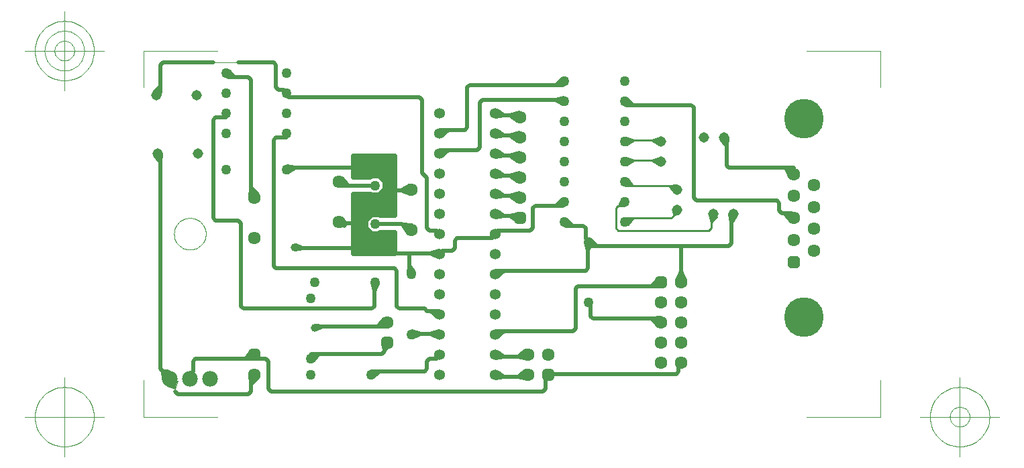
<source format=gbr>
G04 Generated by Ultiboard *
%FSLAX25Y25*%
%MOIN*%

%ADD28C,0.01969*%
%ADD27C,0.00984*%
%ADD10C,0.00004*%
%ADD12C,0.00394*%
%ADD13C,0.03937*%
%ADD18C,0.05166*%
%ADD14C,0.06334*%
%ADD15R,0.02083X0.02083*%
%ADD16C,0.03917*%
%ADD23C,0.07834*%
%ADD21C,0.05337*%
%ADD17C,0.05000*%
%ADD30R,0.02667X0.02667*%
%ADD29C,0.03333*%
%ADD31C,0.19666*%


%LNCopper Top*%
%LPD*%
%FSLAX25Y25*%
%MOIN*%
G54D28*
X506250Y378750D02*
X505000Y380000D01*
X505000Y380000D02*
X472500Y380000D01*
X523750Y310000D02*
X500000Y310000D01*
X500000Y297167D02*
X501978Y292922D01*
X501978Y292922D02*
X498022Y292922D01*
X498022Y292922D02*
X500000Y297167D01*
G36*
X500000Y297167D02*
X501978Y292922D01*
X498022Y292922D01*
X500000Y297167D01*
G37*
X500000Y297167D02*
X501978Y292922D01*
X501978Y292922D02*
X498022Y292922D01*
X498022Y292922D02*
X500000Y297167D01*
X267500Y401250D02*
X242500Y401250D01*
X285000Y236250D02*
X250000Y236250D01*
X250000Y236250D02*
X248750Y237500D01*
X241250Y248750D02*
X241250Y354750D01*
X246000Y244000D02*
X246000Y246500D01*
X246000Y246500D02*
X245000Y247500D01*
X245000Y247500D02*
X242500Y247500D01*
X242500Y247500D02*
X241250Y248750D01*
X242524Y247500D02*
X246444Y246899D01*
X246444Y246899D02*
X243098Y243576D01*
X243098Y243576D02*
X242524Y247500D01*
G36*
X242524Y247500D02*
X246444Y246899D01*
X243098Y243576D01*
X242524Y247500D01*
G37*
X242524Y247500D02*
X246444Y246899D01*
X246444Y246899D02*
X243098Y243576D01*
X243098Y243576D02*
X242524Y247500D01*
X241250Y354750D02*
X240000Y356000D01*
X241250Y351591D02*
X238711Y355055D01*
X238711Y355055D02*
X241594Y355872D01*
X241594Y355872D02*
X241250Y351591D01*
G36*
X241250Y351591D02*
X238711Y355055D01*
X241594Y355872D01*
X241250Y351591D01*
G37*
X241250Y351591D02*
X238711Y355055D01*
X238711Y355055D02*
X241594Y355872D01*
X241594Y355872D02*
X241250Y351591D01*
X241250Y389132D02*
X240903Y384851D01*
X240903Y384851D02*
X238189Y386119D01*
X238189Y386119D02*
X241250Y389132D01*
G36*
X241250Y389132D02*
X240903Y384851D01*
X238189Y386119D01*
X241250Y389132D01*
G37*
X241250Y389132D02*
X240903Y384851D01*
X240903Y384851D02*
X238189Y386119D01*
X238189Y386119D02*
X241250Y389132D01*
X241250Y400000D02*
X241250Y386250D01*
X241250Y386250D02*
X240580Y386250D01*
X240580Y386250D02*
X239310Y384980D01*
X242500Y401250D02*
X241250Y400000D01*
X257500Y247500D02*
X257500Y252500D01*
X257500Y252500D02*
X258750Y253750D01*
X258750Y253750D02*
X286250Y253750D01*
X286250Y253750D02*
X286250Y254250D01*
X290000Y254000D02*
X290000Y253750D01*
X290000Y253750D02*
X293750Y253750D01*
X293750Y253750D02*
X295000Y252500D01*
X295000Y252500D02*
X295000Y238750D01*
X498750Y247500D02*
X498750Y250750D01*
X498750Y250750D02*
X500000Y252000D01*
X378750Y254750D02*
X378750Y253750D01*
X378750Y253750D02*
X375000Y253750D01*
X375000Y253750D02*
X373750Y252500D01*
X373750Y252500D02*
X373750Y248750D01*
X283535Y253750D02*
X286444Y257282D01*
X286444Y257282D02*
X288104Y253987D01*
X288104Y253987D02*
X283535Y253750D01*
G36*
X283535Y253750D02*
X286444Y257282D01*
X288104Y253987D01*
X283535Y253750D01*
G37*
X283535Y253750D02*
X286444Y257282D01*
X286444Y257282D02*
X288104Y253987D01*
X288104Y253987D02*
X283535Y253750D01*
X319897Y256250D02*
X317156Y253019D01*
X317156Y253019D02*
X315729Y255491D01*
X315729Y255491D02*
X319897Y256250D01*
G36*
X319897Y256250D02*
X317156Y253019D01*
X315729Y255491D01*
X319897Y256250D01*
G37*
X319897Y256250D02*
X317156Y253019D01*
X317156Y253019D02*
X315729Y255491D01*
X315729Y255491D02*
X319897Y256250D01*
X316000Y256000D02*
X316000Y254000D01*
X418931Y255000D02*
X422712Y257763D01*
X422712Y257763D02*
X423478Y253881D01*
X423478Y253881D02*
X418931Y255000D01*
G36*
X418931Y255000D02*
X422712Y257763D01*
X423478Y253881D01*
X418931Y255000D01*
G37*
X418931Y255000D02*
X422712Y257763D01*
X422712Y257763D02*
X423478Y253881D01*
X423478Y253881D02*
X418931Y255000D01*
X412119Y255000D02*
X407816Y254335D01*
X407816Y254335D02*
X408489Y257404D01*
X408489Y257404D02*
X412119Y255000D01*
G36*
X412119Y255000D02*
X407816Y254335D01*
X408489Y257404D01*
X412119Y255000D01*
G37*
X412119Y255000D02*
X407816Y254335D01*
X407816Y254335D02*
X408489Y257404D01*
X408489Y257404D02*
X412119Y255000D01*
X296250Y237500D02*
X431250Y237500D01*
X286250Y237500D02*
X285000Y236250D01*
X256000Y244000D02*
X256000Y246000D01*
X256000Y246000D02*
X257500Y247500D01*
X295000Y238750D02*
X296250Y237500D01*
X286250Y244250D02*
X286250Y237500D01*
X288000Y246000D02*
X286250Y244250D01*
X286250Y241138D02*
X285826Y245802D01*
X285826Y245802D02*
X289549Y244462D01*
X289549Y244462D02*
X286250Y241138D01*
G36*
X286250Y241138D02*
X285826Y245802D01*
X289549Y244462D01*
X286250Y241138D01*
G37*
X286250Y241138D02*
X285826Y245802D01*
X285826Y245802D02*
X289549Y244462D01*
X289549Y244462D02*
X286250Y241138D01*
X372500Y247500D02*
X347500Y247500D01*
X347500Y247500D02*
X346000Y246000D01*
X350243Y247500D02*
X346957Y244825D01*
X346957Y244825D02*
X346006Y247516D01*
X346006Y247516D02*
X350243Y247500D01*
G36*
X350243Y247500D02*
X346957Y244825D01*
X346006Y247516D01*
X350243Y247500D01*
G37*
X350243Y247500D02*
X346957Y244825D01*
X346957Y244825D02*
X346006Y247516D01*
X346006Y247516D02*
X350243Y247500D01*
X373750Y248750D02*
X372500Y247500D01*
X434000Y246250D02*
X497500Y246250D01*
X421250Y245000D02*
X410000Y245000D01*
X410000Y245000D02*
X409000Y246000D01*
X409000Y246000D02*
X407559Y246000D01*
X412119Y245000D02*
X407816Y244335D01*
X407816Y244335D02*
X408489Y247404D01*
X408489Y247404D02*
X412119Y245000D01*
G36*
X412119Y245000D02*
X407816Y244335D01*
X408489Y247404D01*
X412119Y245000D01*
G37*
X412119Y245000D02*
X407816Y244335D01*
X407816Y244335D02*
X408489Y247404D01*
X408489Y247404D02*
X412119Y245000D01*
X424000Y246000D02*
X422250Y246000D01*
X418931Y245000D02*
X422712Y247763D01*
X422712Y247763D02*
X423478Y243881D01*
X423478Y243881D02*
X418931Y245000D01*
G36*
X418931Y245000D02*
X422712Y247763D01*
X423478Y243881D01*
X418931Y245000D01*
G37*
X418931Y245000D02*
X422712Y247763D01*
X422712Y247763D02*
X423478Y243881D01*
X423478Y243881D02*
X418931Y245000D01*
X422250Y246000D02*
X421250Y245000D01*
X431250Y237500D02*
X432500Y238750D01*
X432500Y238750D02*
X432500Y244500D01*
X432500Y244500D02*
X434000Y246000D01*
X434000Y246000D02*
X434000Y246250D01*
X497500Y246250D02*
X498750Y247500D01*
X380000Y276000D02*
X378750Y277250D01*
X378750Y277250D02*
X378750Y277500D01*
X378750Y277500D02*
X373750Y277500D01*
X365000Y306250D02*
X377500Y306250D01*
X377500Y306250D02*
X377750Y306000D01*
X377750Y306000D02*
X380000Y306000D01*
X380000Y266000D02*
X377750Y266000D01*
X377750Y266000D02*
X377500Y266250D01*
X377500Y266250D02*
X367500Y266250D01*
X380000Y316000D02*
X378750Y317250D01*
X378750Y317250D02*
X378750Y317500D01*
X378750Y317500D02*
X375000Y317500D01*
X380000Y256000D02*
X378750Y254750D01*
X375338Y266250D02*
X379477Y267601D01*
X379477Y267601D02*
X379309Y264464D01*
X379309Y264464D02*
X375338Y266250D01*
G36*
X375338Y266250D02*
X379477Y267601D01*
X379309Y264464D01*
X375338Y266250D01*
G37*
X375338Y266250D02*
X379477Y267601D01*
X379477Y267601D02*
X379309Y264464D01*
X379309Y264464D02*
X375338Y266250D01*
X375579Y277500D02*
X379929Y277683D01*
X379929Y277683D02*
X378920Y274708D01*
X378920Y274708D02*
X375579Y277500D01*
G36*
X375579Y277500D02*
X379929Y277683D01*
X378920Y274708D01*
X375579Y277500D01*
G37*
X375579Y277500D02*
X379929Y277683D01*
X379929Y277683D02*
X378920Y274708D01*
X378920Y274708D02*
X375579Y277500D01*
X375338Y306250D02*
X379477Y307601D01*
X379477Y307601D02*
X379309Y304464D01*
X379309Y304464D02*
X375338Y306250D01*
G36*
X375338Y306250D02*
X379477Y307601D01*
X379309Y304464D01*
X375338Y306250D01*
G37*
X375338Y306250D02*
X379477Y307601D01*
X379477Y307601D02*
X379309Y304464D01*
X379309Y304464D02*
X375338Y306250D01*
X381250Y357250D02*
X380000Y356000D01*
X384421Y357500D02*
X381080Y354708D01*
X381080Y354708D02*
X380071Y357683D01*
X380071Y357683D02*
X384421Y357500D01*
G36*
X384421Y357500D02*
X381080Y354708D01*
X380071Y357683D01*
X384421Y357500D01*
G37*
X384421Y357500D02*
X381080Y354708D01*
X381080Y354708D02*
X380071Y357683D01*
X380071Y357683D02*
X384421Y357500D01*
X381250Y367250D02*
X380000Y366000D01*
X384421Y367500D02*
X381080Y364708D01*
X381080Y364708D02*
X380071Y367683D01*
X380071Y367683D02*
X384421Y367500D01*
G36*
X384421Y367500D02*
X381080Y364708D01*
X380071Y367683D01*
X384421Y367500D01*
G37*
X384421Y367500D02*
X381080Y364708D01*
X381080Y364708D02*
X380071Y367683D01*
X380071Y367683D02*
X384421Y367500D01*
X371250Y346250D02*
X371250Y382500D01*
X274000Y374000D02*
X274000Y376000D01*
X286250Y335750D02*
X286250Y392500D01*
X338750Y348750D02*
X306250Y348750D01*
X357500Y298750D02*
X298750Y298750D01*
X338750Y308750D02*
X310000Y308750D01*
X346250Y278750D02*
X282500Y278750D01*
X351250Y256250D02*
X316250Y256250D01*
X316250Y256250D02*
X316000Y256000D01*
X297500Y300000D02*
X297500Y362500D01*
X281250Y280000D02*
X281250Y321250D01*
X282500Y278750D02*
X281250Y280000D01*
X286250Y254250D02*
X288000Y256000D01*
X288000Y256000D02*
X290000Y254000D01*
X298750Y298750D02*
X297500Y300000D01*
X310000Y308750D02*
X308125Y309375D01*
X312044Y308750D02*
X308216Y308395D01*
X308216Y308395D02*
X308516Y310278D01*
X308516Y310278D02*
X312044Y308750D01*
G36*
X312044Y308750D02*
X308216Y308395D01*
X308516Y310278D01*
X312044Y308750D01*
G37*
X312044Y308750D02*
X308216Y308395D01*
X308216Y308395D02*
X308516Y310278D01*
X308516Y310278D02*
X312044Y308750D01*
X286250Y338862D02*
X289549Y335538D01*
X289549Y335538D02*
X285826Y334198D01*
X285826Y334198D02*
X286250Y338862D01*
G36*
X286250Y338862D02*
X289549Y335538D01*
X285826Y334198D01*
X286250Y338862D01*
G37*
X286250Y338862D02*
X289549Y335538D01*
X289549Y335538D02*
X285826Y334198D01*
X285826Y334198D02*
X286250Y338862D01*
X288000Y334000D02*
X286250Y335750D01*
X267500Y323750D02*
X267500Y372500D01*
X280000Y322500D02*
X268750Y322500D01*
X268750Y322500D02*
X267500Y323750D01*
X281250Y321250D02*
X280000Y322500D01*
X267500Y372500D02*
X268750Y373750D01*
X268750Y373750D02*
X273750Y373750D01*
X273750Y373750D02*
X274000Y374000D01*
X306250Y348750D02*
X305500Y348000D01*
X305500Y348000D02*
X304000Y348000D01*
X308437Y348750D02*
X304741Y346678D01*
X304741Y346678D02*
X304266Y349492D01*
X304266Y349492D02*
X308437Y348750D01*
G36*
X308437Y348750D02*
X304741Y346678D01*
X304266Y349492D01*
X308437Y348750D01*
G37*
X308437Y348750D02*
X304741Y346678D01*
X304741Y346678D02*
X304266Y349492D01*
X304266Y349492D02*
X308437Y348750D01*
X297500Y362500D02*
X298750Y363750D01*
X298750Y363750D02*
X303750Y363750D01*
X303750Y363750D02*
X304000Y364000D01*
X304000Y364000D02*
X304000Y366000D01*
X343531Y322374D02*
X343531Y318982D01*
X343531Y318982D02*
X346149Y316365D01*
X346149Y316365D02*
X349851Y316365D01*
X349851Y316365D02*
X350382Y316896D01*
X350382Y316896D02*
X358000Y316896D01*
X358000Y316896D02*
X358000Y306000D01*
X358000Y306000D02*
X337000Y306000D01*
X337000Y306000D02*
X337000Y322374D01*
X337000Y322374D02*
X343531Y322374D01*
G36*
X343531Y306000D02*
X337000Y306000D01*
X337000Y322374D01*
X343531Y322374D01*
X343531Y306000D01*
G37*
X343531Y306000D02*
X337000Y306000D01*
X337000Y306000D02*
X337000Y322374D01*
X337000Y322374D02*
X343531Y322374D01*
X343531Y322374D02*
X343531Y306000D01*
G36*
X346149Y306000D02*
X343531Y306000D01*
X343531Y318982D01*
X346149Y316365D01*
X346149Y306000D01*
G37*
X346149Y306000D02*
X343531Y306000D01*
X343531Y306000D02*
X343531Y318982D01*
X343531Y318982D02*
X346149Y316365D01*
X346149Y316365D02*
X346149Y306000D01*
G36*
X349851Y306000D02*
X349851Y316365D01*
X350382Y316896D01*
X358000Y316896D01*
X358000Y306000D01*
X349851Y306000D01*
G37*
X349851Y306000D02*
X349851Y316365D01*
X349851Y316365D02*
X350382Y316896D01*
X350382Y316896D02*
X358000Y316896D01*
X358000Y316896D02*
X358000Y306000D01*
X358000Y306000D02*
X349851Y306000D01*
G36*
X349851Y306000D02*
X346149Y306000D01*
X346149Y316365D01*
X349851Y316365D01*
X349851Y306000D01*
G37*
X349851Y306000D02*
X346149Y306000D01*
X346149Y306000D02*
X346149Y316365D01*
X346149Y316365D02*
X349851Y316365D01*
X349851Y316365D02*
X349851Y306000D01*
X352469Y341540D02*
X352469Y341851D01*
X352469Y341851D02*
X349851Y344469D01*
X349851Y344469D02*
X346149Y344469D01*
X346149Y344469D02*
X345618Y343937D01*
X345618Y343937D02*
X337000Y343937D01*
X337000Y343937D02*
X337000Y355000D01*
X337000Y355000D02*
X358000Y355000D01*
X358000Y355000D02*
X358000Y341540D01*
X358000Y341540D02*
X352469Y341540D01*
G36*
X352469Y355000D02*
X358000Y355000D01*
X358000Y341540D01*
X352469Y341540D01*
X352469Y355000D01*
G37*
X352469Y355000D02*
X358000Y355000D01*
X358000Y355000D02*
X358000Y341540D01*
X358000Y341540D02*
X352469Y341540D01*
X352469Y341540D02*
X352469Y355000D01*
G36*
X349851Y355000D02*
X352469Y355000D01*
X352469Y341851D01*
X349851Y344469D01*
X349851Y355000D01*
G37*
X349851Y355000D02*
X352469Y355000D01*
X352469Y355000D02*
X352469Y341851D01*
X352469Y341851D02*
X349851Y344469D01*
X349851Y344469D02*
X349851Y355000D01*
G36*
X346149Y355000D02*
X346149Y344469D01*
X345618Y343937D01*
X337000Y343937D01*
X337000Y355000D01*
X346149Y355000D01*
G37*
X346149Y355000D02*
X346149Y344469D01*
X346149Y344469D02*
X345618Y343937D01*
X345618Y343937D02*
X337000Y343937D01*
X337000Y343937D02*
X337000Y355000D01*
X337000Y355000D02*
X346149Y355000D01*
G36*
X346149Y355000D02*
X349851Y355000D01*
X349851Y344469D01*
X346149Y344469D01*
X346149Y355000D01*
G37*
X346149Y355000D02*
X349851Y355000D01*
X349851Y355000D02*
X349851Y344469D01*
X349851Y344469D02*
X346149Y344469D01*
X346149Y344469D02*
X346149Y355000D01*
X345618Y336063D02*
X346149Y335532D01*
X346149Y335532D02*
X349851Y335532D01*
X349851Y335532D02*
X352469Y338149D01*
X352469Y338149D02*
X352469Y341540D01*
X352469Y341540D02*
X358000Y341540D01*
X358000Y341540D02*
X358000Y324770D01*
X358000Y324770D02*
X350382Y324770D01*
X350382Y324770D02*
X349851Y325302D01*
X349851Y325302D02*
X346149Y325302D01*
X346149Y325302D02*
X343531Y322684D01*
X343531Y322684D02*
X343531Y322374D01*
X343531Y322374D02*
X337000Y322374D01*
X337000Y322374D02*
X337000Y336063D01*
X337000Y336063D02*
X345618Y336063D01*
G36*
X349851Y325302D02*
X346149Y325302D01*
X346149Y335532D01*
X349851Y335532D01*
X349851Y325302D01*
G37*
X349851Y325302D02*
X346149Y325302D01*
X346149Y325302D02*
X346149Y335532D01*
X346149Y335532D02*
X349851Y335532D01*
X349851Y335532D02*
X349851Y325302D01*
G36*
X337000Y322684D02*
X343531Y322684D01*
X343531Y322374D01*
X337000Y322374D01*
X337000Y322684D01*
G37*
X337000Y322684D02*
X343531Y322684D01*
X343531Y322684D02*
X343531Y322374D01*
X343531Y322374D02*
X337000Y322374D01*
X337000Y322374D02*
X337000Y322684D01*
G36*
X337000Y322684D02*
X337000Y336063D01*
X345618Y336063D01*
X346149Y335532D01*
X346149Y325302D01*
X343531Y322684D01*
X337000Y322684D01*
G37*
X337000Y322684D02*
X337000Y336063D01*
X337000Y336063D02*
X345618Y336063D01*
X345618Y336063D02*
X346149Y335532D01*
X346149Y335532D02*
X346149Y325302D01*
X346149Y325302D02*
X343531Y322684D01*
X343531Y322684D02*
X337000Y322684D01*
G36*
X358000Y338149D02*
X352469Y338149D01*
X352469Y341540D01*
X358000Y341540D01*
X358000Y338149D01*
G37*
X358000Y338149D02*
X352469Y338149D01*
X352469Y338149D02*
X352469Y341540D01*
X352469Y341540D02*
X358000Y341540D01*
X358000Y341540D02*
X358000Y338149D01*
G36*
X358000Y338149D02*
X358000Y324770D01*
X350382Y324770D01*
X349851Y325302D01*
X349851Y335532D01*
X352469Y338149D01*
X358000Y338149D01*
G37*
X358000Y338149D02*
X358000Y324770D01*
X358000Y324770D02*
X350382Y324770D01*
X350382Y324770D02*
X349851Y325302D01*
X349851Y325302D02*
X349851Y335532D01*
X349851Y335532D02*
X352469Y338149D01*
X352469Y338149D02*
X358000Y338149D01*
X361486Y320514D02*
X366157Y320177D01*
X366157Y320177D02*
X364232Y316720D01*
X364232Y316720D02*
X361486Y320514D01*
G36*
X361486Y320514D02*
X366157Y320177D01*
X364232Y316720D01*
X361486Y320514D01*
G37*
X361486Y320514D02*
X366157Y320177D01*
X366157Y320177D02*
X364232Y316720D01*
X364232Y316720D02*
X361486Y320514D01*
X348000Y292000D02*
X348000Y290500D01*
X348000Y290500D02*
X347500Y290000D01*
X347500Y290000D02*
X347500Y280000D01*
X347500Y280000D02*
X346250Y278750D01*
X347500Y287528D02*
X346525Y291651D01*
X346525Y291651D02*
X349362Y291334D01*
X349362Y291334D02*
X347500Y287528D01*
G36*
X347500Y287528D02*
X346525Y291651D01*
X349362Y291334D01*
X347500Y287528D01*
G37*
X347500Y287528D02*
X346525Y291651D01*
X346525Y291651D02*
X349362Y291334D01*
X349362Y291334D02*
X347500Y287528D01*
X349236Y270000D02*
X352384Y273467D01*
X352384Y273467D02*
X353916Y269819D01*
X353916Y269819D02*
X349236Y270000D01*
G36*
X349236Y270000D02*
X352384Y273467D01*
X353916Y269819D01*
X349236Y270000D01*
G37*
X349236Y270000D02*
X352384Y273467D01*
X352384Y273467D02*
X353916Y269819D01*
X353916Y269819D02*
X349236Y270000D01*
X352500Y270000D02*
X320000Y270000D01*
X322044Y270000D02*
X318516Y268472D01*
X318516Y268472D02*
X318216Y270355D01*
X318216Y270355D02*
X322044Y270000D01*
G36*
X322044Y270000D02*
X318516Y268472D01*
X318216Y270355D01*
X322044Y270000D01*
G37*
X322044Y270000D02*
X318516Y268472D01*
X318516Y268472D02*
X318216Y270355D01*
X318216Y270355D02*
X322044Y270000D01*
X320000Y270000D02*
X318125Y269375D01*
X358750Y280000D02*
X358750Y297500D01*
X372500Y278750D02*
X360000Y278750D01*
X354000Y272000D02*
X352500Y270500D01*
X352500Y270500D02*
X352500Y270000D01*
X352500Y258275D02*
X352005Y261713D01*
X352005Y261713D02*
X355239Y260410D01*
X355239Y260410D02*
X352500Y258275D01*
G36*
X352500Y258275D02*
X352005Y261713D01*
X355239Y260410D01*
X352500Y258275D01*
G37*
X352500Y258275D02*
X352005Y261713D01*
X352005Y261713D02*
X355239Y260410D01*
X355239Y260410D02*
X352500Y258275D01*
X354000Y262000D02*
X352500Y260500D01*
X352500Y260500D02*
X352500Y257500D01*
X352500Y257500D02*
X351250Y256250D01*
X360000Y278750D02*
X358750Y280000D01*
X367500Y266250D02*
X367250Y266000D01*
X367250Y266000D02*
X366000Y266000D01*
X370493Y266250D02*
X366589Y264603D01*
X366589Y264603D02*
X366430Y267453D01*
X366430Y267453D02*
X370493Y266250D01*
G36*
X370493Y266250D02*
X366589Y264603D01*
X366430Y267453D01*
X370493Y266250D01*
G37*
X370493Y266250D02*
X366589Y264603D01*
X366589Y264603D02*
X366430Y267453D01*
X366430Y267453D02*
X370493Y266250D01*
X373750Y277500D02*
X372500Y278750D01*
X357500Y306250D02*
X365000Y306250D01*
X358750Y297500D02*
X357500Y298750D01*
X356250Y307500D02*
X357500Y306250D01*
X365000Y306250D02*
X365000Y297000D01*
X365000Y300387D02*
X367278Y296815D01*
X367278Y296815D02*
X364495Y296181D01*
X364495Y296181D02*
X365000Y300387D01*
G36*
X365000Y300387D02*
X367278Y296815D01*
X364495Y296181D01*
X365000Y300387D01*
G37*
X365000Y300387D02*
X367278Y296815D01*
X367278Y296815D02*
X364495Y296181D01*
X364495Y296181D02*
X365000Y300387D01*
X365000Y297000D02*
X366000Y296000D01*
X348000Y340000D02*
X332000Y340000D01*
X348000Y320833D02*
X361167Y320833D01*
X332000Y340000D02*
X330000Y342000D01*
X333750Y321250D02*
X332500Y320000D01*
X332500Y320000D02*
X331750Y322000D01*
X331750Y322000D02*
X330000Y322000D01*
X334764Y340000D02*
X330084Y339819D01*
X330084Y339819D02*
X331616Y343467D01*
X331616Y343467D02*
X334764Y340000D01*
G36*
X334764Y340000D02*
X330084Y339819D01*
X331616Y343467D01*
X334764Y340000D01*
G37*
X334764Y340000D02*
X330084Y339819D01*
X330084Y339819D02*
X331616Y343467D01*
X331616Y343467D02*
X334764Y340000D01*
X333539Y321039D02*
X330794Y319967D01*
X330794Y319967D02*
X331714Y323352D01*
X331714Y323352D02*
X333539Y321039D01*
G36*
X333539Y321039D02*
X330794Y319967D01*
X331714Y323352D01*
X333539Y321039D01*
G37*
X333539Y321039D02*
X330794Y319967D01*
X330794Y319967D02*
X331714Y323352D01*
X331714Y323352D02*
X333539Y321039D01*
X338750Y321250D02*
X333750Y321250D01*
X373750Y343750D02*
X371250Y346250D01*
X361167Y320833D02*
X364000Y318000D01*
X356250Y337500D02*
X363750Y337500D01*
X363750Y337500D02*
X364250Y338000D01*
X360857Y337500D02*
X364891Y339880D01*
X364891Y339880D02*
X365274Y335942D01*
X365274Y335942D02*
X360857Y337500D01*
G36*
X360857Y337500D02*
X364891Y339880D01*
X365274Y335942D01*
X360857Y337500D01*
G37*
X360857Y337500D02*
X364891Y339880D01*
X364891Y339880D02*
X365274Y335942D01*
X365274Y335942D02*
X360857Y337500D01*
X373750Y318750D02*
X373750Y343750D01*
X375000Y317500D02*
X373750Y318750D01*
X364250Y338000D02*
X366000Y338000D01*
X370000Y383750D02*
X305000Y383750D01*
X297500Y401250D02*
X280000Y401250D01*
X285000Y393750D02*
X275000Y393750D01*
X286250Y392500D02*
X285000Y393750D01*
X277897Y393750D02*
X273729Y394509D01*
X273729Y394509D02*
X275156Y396981D01*
X275156Y396981D02*
X277897Y393750D01*
G36*
X277897Y393750D02*
X273729Y394509D01*
X275156Y396981D01*
X277897Y393750D01*
G37*
X277897Y393750D02*
X273729Y394509D01*
X273729Y394509D02*
X275156Y396981D01*
X275156Y396981D02*
X277897Y393750D01*
X275000Y393750D02*
X274000Y394750D01*
X274000Y394750D02*
X274000Y396000D01*
X302500Y387500D02*
X300000Y387500D01*
X300000Y387500D02*
X298750Y388750D01*
X298750Y388750D02*
X298750Y400000D01*
X298750Y400000D02*
X297500Y401250D01*
X304000Y386000D02*
X302500Y387500D01*
X305000Y383750D02*
X304000Y384750D01*
X304000Y384750D02*
X304000Y386000D01*
X371250Y382500D02*
X370000Y383750D01*
X410000Y375000D02*
X409000Y376000D01*
X409000Y376000D02*
X407559Y376000D01*
X414931Y375000D02*
X419478Y376119D01*
X419478Y376119D02*
X418712Y372237D01*
X418712Y372237D02*
X414931Y375000D01*
G36*
X414931Y375000D02*
X419478Y376119D01*
X418712Y372237D01*
X414931Y375000D01*
G37*
X414931Y375000D02*
X419478Y376119D01*
X419478Y376119D02*
X418712Y372237D01*
X418712Y372237D02*
X414931Y375000D01*
X412119Y375000D02*
X407816Y374335D01*
X407816Y374335D02*
X408489Y377404D01*
X408489Y377404D02*
X412119Y375000D01*
G36*
X412119Y375000D02*
X407816Y374335D01*
X408489Y377404D01*
X412119Y375000D01*
G37*
X412119Y375000D02*
X407816Y374335D01*
X407816Y374335D02*
X408489Y377404D01*
X408489Y377404D02*
X412119Y375000D01*
X437528Y382500D02*
X441651Y383475D01*
X441651Y383475D02*
X441334Y380638D01*
X441334Y380638D02*
X437528Y382500D01*
G36*
X437528Y382500D02*
X441651Y383475D01*
X441334Y380638D01*
X437528Y382500D01*
G37*
X437528Y382500D02*
X441651Y383475D01*
X441651Y383475D02*
X441334Y380638D01*
X441334Y380638D02*
X437528Y382500D01*
X400000Y381250D02*
X400000Y358750D01*
X393750Y388750D02*
X393750Y368750D01*
X427500Y330000D02*
X441250Y330000D01*
X441250Y330000D02*
X442000Y330750D01*
X442000Y330750D02*
X442000Y332000D01*
X451250Y320000D02*
X442500Y320000D01*
X442500Y320000D02*
X442000Y320500D01*
X442000Y320500D02*
X442000Y322000D01*
X452500Y297500D02*
X408750Y297500D01*
X437969Y330000D02*
X440908Y333052D01*
X440908Y333052D02*
X442177Y330495D01*
X442177Y330495D02*
X437969Y330000D01*
G36*
X437969Y330000D02*
X440908Y333052D01*
X442177Y330495D01*
X437969Y330000D01*
G37*
X437969Y330000D02*
X440908Y333052D01*
X440908Y333052D02*
X442177Y330495D01*
X442177Y330495D02*
X437969Y330000D01*
X446031Y320000D02*
X441823Y320495D01*
X441823Y320495D02*
X443092Y323052D01*
X443092Y323052D02*
X446031Y320000D01*
G36*
X446031Y320000D02*
X441823Y320495D01*
X443092Y323052D01*
X446031Y320000D01*
G37*
X446031Y320000D02*
X441823Y320495D01*
X441823Y320495D02*
X443092Y323052D01*
X443092Y323052D02*
X446031Y320000D01*
X446250Y267500D02*
X408750Y267500D01*
X387500Y312500D02*
X388750Y313750D01*
X388750Y313750D02*
X406250Y313750D01*
X406250Y313750D02*
X406250Y314691D01*
X406250Y314691D02*
X407559Y316000D01*
X407559Y316000D02*
X408750Y317191D01*
X408750Y297500D02*
X408750Y297191D01*
X408750Y297191D02*
X407559Y296000D01*
X411980Y297500D02*
X408639Y294708D01*
X408639Y294708D02*
X407630Y297683D01*
X407630Y297683D02*
X411980Y297500D01*
G36*
X411980Y297500D02*
X408639Y294708D01*
X407630Y297683D01*
X411980Y297500D01*
G37*
X411980Y297500D02*
X408639Y294708D01*
X408639Y294708D02*
X407630Y297683D01*
X407630Y297683D02*
X411980Y297500D01*
X408750Y267500D02*
X408750Y267191D01*
X408750Y267191D02*
X407559Y266000D01*
X411980Y267500D02*
X408639Y264708D01*
X408639Y264708D02*
X407630Y267683D01*
X407630Y267683D02*
X411980Y267500D01*
G36*
X411980Y267500D02*
X408639Y264708D01*
X407630Y267683D01*
X411980Y267500D01*
G37*
X411980Y267500D02*
X408639Y264708D01*
X408639Y264708D02*
X407630Y267683D01*
X407630Y267683D02*
X411980Y267500D01*
X421250Y255000D02*
X410000Y255000D01*
X410000Y255000D02*
X409000Y256000D01*
X409000Y256000D02*
X407559Y256000D01*
X380000Y306000D02*
X381250Y307250D01*
X381250Y307250D02*
X381250Y307500D01*
X381250Y307500D02*
X386250Y307500D01*
X386250Y307500D02*
X387500Y308750D01*
X387500Y308750D02*
X387500Y312500D01*
X424000Y256000D02*
X422250Y256000D01*
X422250Y256000D02*
X421250Y255000D01*
X417500Y345000D02*
X410000Y345000D01*
X410000Y345000D02*
X409000Y346000D01*
X409000Y346000D02*
X407559Y346000D01*
X408750Y317191D02*
X408750Y317500D01*
X408750Y317500D02*
X425000Y317500D01*
X417500Y325000D02*
X410000Y325000D01*
X410000Y325000D02*
X409000Y326000D01*
X409000Y326000D02*
X407559Y326000D01*
X417500Y365000D02*
X410000Y365000D01*
X410000Y365000D02*
X409000Y366000D01*
X409000Y366000D02*
X407559Y366000D01*
X417500Y375000D02*
X410000Y375000D01*
X417500Y335000D02*
X410000Y335000D01*
X410000Y335000D02*
X409000Y336000D01*
X409000Y336000D02*
X407559Y336000D01*
X417500Y355000D02*
X410000Y355000D01*
X410000Y355000D02*
X409000Y356000D01*
X409000Y356000D02*
X407559Y356000D01*
X412119Y335000D02*
X407816Y334335D01*
X407816Y334335D02*
X408489Y337404D01*
X408489Y337404D02*
X412119Y335000D01*
G36*
X412119Y335000D02*
X407816Y334335D01*
X408489Y337404D01*
X412119Y335000D01*
G37*
X412119Y335000D02*
X407816Y334335D01*
X407816Y334335D02*
X408489Y337404D01*
X408489Y337404D02*
X412119Y335000D01*
X412119Y325000D02*
X407816Y324335D01*
X407816Y324335D02*
X408489Y327404D01*
X408489Y327404D02*
X412119Y325000D01*
G36*
X412119Y325000D02*
X407816Y324335D01*
X408489Y327404D01*
X412119Y325000D01*
G37*
X412119Y325000D02*
X407816Y324335D01*
X407816Y324335D02*
X408489Y327404D01*
X408489Y327404D02*
X412119Y325000D01*
X412119Y355000D02*
X407816Y354335D01*
X407816Y354335D02*
X408489Y357404D01*
X408489Y357404D02*
X412119Y355000D01*
G36*
X412119Y355000D02*
X407816Y354335D01*
X408489Y357404D01*
X412119Y355000D01*
G37*
X412119Y355000D02*
X407816Y354335D01*
X407816Y354335D02*
X408489Y357404D01*
X408489Y357404D02*
X412119Y355000D01*
X412119Y365000D02*
X407816Y364335D01*
X407816Y364335D02*
X408489Y367404D01*
X408489Y367404D02*
X412119Y365000D01*
G36*
X412119Y365000D02*
X407816Y364335D01*
X408489Y367404D01*
X412119Y365000D01*
G37*
X412119Y365000D02*
X407816Y364335D01*
X407816Y364335D02*
X408489Y367404D01*
X408489Y367404D02*
X412119Y365000D01*
X412119Y345000D02*
X407816Y344335D01*
X407816Y344335D02*
X408489Y347404D01*
X408489Y347404D02*
X412119Y345000D01*
G36*
X412119Y345000D02*
X407816Y344335D01*
X408489Y347404D01*
X412119Y345000D01*
G37*
X412119Y345000D02*
X407816Y344335D01*
X407816Y344335D02*
X408489Y347404D01*
X408489Y347404D02*
X412119Y345000D01*
X398750Y357500D02*
X381250Y357500D01*
X392500Y367500D02*
X381250Y367500D01*
X393750Y368750D02*
X392500Y367500D01*
X381250Y357500D02*
X381250Y357250D01*
X381250Y367500D02*
X381250Y367250D01*
X400000Y358750D02*
X398750Y357500D01*
X418500Y344000D02*
X417500Y345000D01*
X414931Y345000D02*
X419478Y346119D01*
X419478Y346119D02*
X418712Y342237D01*
X418712Y342237D02*
X414931Y345000D01*
G36*
X414931Y345000D02*
X419478Y346119D01*
X418712Y342237D01*
X414931Y345000D01*
G37*
X414931Y345000D02*
X419478Y346119D01*
X419478Y346119D02*
X418712Y342237D01*
X418712Y342237D02*
X414931Y345000D01*
X425000Y317500D02*
X426250Y318750D01*
X426250Y318750D02*
X426250Y328750D01*
X426250Y328750D02*
X427500Y330000D01*
X414931Y335000D02*
X419478Y336119D01*
X419478Y336119D02*
X418712Y332237D01*
X418712Y332237D02*
X414931Y335000D01*
G36*
X414931Y335000D02*
X419478Y336119D01*
X418712Y332237D01*
X414931Y335000D01*
G37*
X414931Y335000D02*
X419478Y336119D01*
X419478Y336119D02*
X418712Y332237D01*
X418712Y332237D02*
X414931Y335000D01*
X420000Y324000D02*
X418500Y324000D01*
X418500Y324000D02*
X417500Y325000D01*
X415101Y325000D02*
X419573Y325970D01*
X419573Y325970D02*
X418835Y322355D01*
X418835Y322355D02*
X415101Y325000D01*
G36*
X415101Y325000D02*
X419573Y325970D01*
X418835Y322355D01*
X415101Y325000D01*
G37*
X415101Y325000D02*
X419573Y325970D01*
X419573Y325970D02*
X418835Y322355D01*
X418835Y322355D02*
X415101Y325000D01*
X420000Y344000D02*
X418500Y344000D01*
X420000Y334000D02*
X418500Y334000D01*
X418500Y334000D02*
X417500Y335000D01*
X420000Y364000D02*
X418500Y364000D01*
X418500Y364000D02*
X417500Y365000D01*
X414931Y365000D02*
X419478Y366119D01*
X419478Y366119D02*
X418712Y362237D01*
X418712Y362237D02*
X414931Y365000D01*
G36*
X414931Y365000D02*
X419478Y366119D01*
X418712Y362237D01*
X414931Y365000D01*
G37*
X414931Y365000D02*
X419478Y366119D01*
X419478Y366119D02*
X418712Y362237D01*
X418712Y362237D02*
X414931Y365000D01*
X420000Y354000D02*
X418500Y354000D01*
X418500Y354000D02*
X417500Y355000D01*
X414931Y355000D02*
X419478Y356119D01*
X419478Y356119D02*
X418712Y352237D01*
X418712Y352237D02*
X414931Y355000D01*
G36*
X414931Y355000D02*
X419478Y356119D01*
X418712Y352237D01*
X414931Y355000D01*
G37*
X414931Y355000D02*
X419478Y356119D01*
X419478Y356119D02*
X418712Y352237D01*
X418712Y352237D02*
X414931Y355000D01*
X420000Y374000D02*
X418500Y374000D01*
X418500Y374000D02*
X417500Y375000D01*
X454000Y312000D02*
X452500Y313500D01*
X452500Y313500D02*
X452500Y318750D01*
X458031Y310000D02*
X453823Y310495D01*
X453823Y310495D02*
X455092Y313052D01*
X455092Y313052D02*
X458031Y310000D01*
G36*
X458031Y310000D02*
X453823Y310495D01*
X455092Y313052D01*
X458031Y310000D01*
G37*
X458031Y310000D02*
X453823Y310495D01*
X453823Y310495D02*
X455092Y313052D01*
X455092Y313052D02*
X458031Y310000D01*
X500000Y310000D02*
X455000Y310000D01*
X488000Y290000D02*
X448750Y290000D01*
X488250Y273750D02*
X456250Y273750D01*
X447500Y288750D02*
X447500Y268750D01*
X454000Y281000D02*
X454000Y282000D01*
X455000Y280000D02*
X454000Y281000D01*
X455000Y275000D02*
X455000Y280000D01*
X456250Y273750D02*
X455000Y275000D01*
X447500Y268750D02*
X446250Y267500D01*
X455000Y310000D02*
X454000Y311000D01*
X453750Y307507D02*
X452547Y311570D01*
X452547Y311570D02*
X455397Y311411D01*
X455397Y311411D02*
X453750Y307507D01*
G36*
X453750Y307507D02*
X452547Y311570D01*
X455397Y311411D01*
X453750Y307507D01*
G37*
X453750Y307507D02*
X452547Y311570D01*
X452547Y311570D02*
X455397Y311411D01*
X455397Y311411D02*
X453750Y307507D01*
X453750Y310000D02*
X453750Y298750D01*
X453750Y298750D02*
X452500Y297500D01*
X448750Y290000D02*
X447500Y288750D01*
X454000Y311000D02*
X454000Y312000D01*
X454000Y312000D02*
X454000Y310250D01*
X454000Y310250D02*
X453750Y310000D01*
X490000Y272000D02*
X488250Y273750D01*
X485138Y273750D02*
X489802Y274174D01*
X489802Y274174D02*
X488462Y270451D01*
X488462Y270451D02*
X485138Y273750D01*
G36*
X485138Y273750D02*
X489802Y274174D01*
X488462Y270451D01*
X485138Y273750D01*
G37*
X485138Y273750D02*
X489802Y274174D01*
X489802Y274174D02*
X488462Y270451D01*
X488462Y270451D02*
X485138Y273750D01*
X490000Y292000D02*
X488000Y290000D01*
X485417Y290000D02*
X488517Y293366D01*
X488517Y293366D02*
X489993Y289984D01*
X489993Y289984D02*
X485417Y290000D01*
G36*
X485417Y290000D02*
X488517Y293366D01*
X489993Y289984D01*
X485417Y290000D01*
G37*
X485417Y290000D02*
X488517Y293366D01*
X488517Y293366D02*
X489993Y289984D01*
X489993Y289984D02*
X485417Y290000D01*
X500000Y292000D02*
X500000Y310000D01*
X452500Y318750D02*
X451250Y320000D01*
X440000Y382500D02*
X401250Y382500D01*
X442000Y382000D02*
X440500Y382000D01*
X440500Y382000D02*
X440000Y382500D01*
X441250Y390000D02*
X395000Y390000D01*
X442000Y392000D02*
X442000Y390750D01*
X442000Y390750D02*
X441250Y390000D01*
X437969Y390000D02*
X440908Y393052D01*
X440908Y393052D02*
X442177Y390495D01*
X442177Y390495D02*
X437969Y390000D01*
G36*
X437969Y390000D02*
X440908Y393052D01*
X442177Y390495D01*
X437969Y390000D01*
G37*
X437969Y390000D02*
X440908Y393052D01*
X440908Y393052D02*
X442177Y390495D01*
X442177Y390495D02*
X437969Y390000D01*
X395000Y390000D02*
X393750Y388750D01*
X401250Y382500D02*
X400000Y381250D01*
X472500Y380000D02*
X472000Y380500D01*
X472000Y380500D02*
X472000Y382000D01*
X476031Y380000D02*
X471823Y380495D01*
X471823Y380495D02*
X473092Y383052D01*
X473092Y383052D02*
X476031Y380000D01*
G36*
X476031Y380000D02*
X471823Y380495D01*
X473092Y383052D01*
X476031Y380000D01*
G37*
X476031Y380000D02*
X471823Y380495D01*
X471823Y380495D02*
X473092Y383052D01*
X473092Y383052D02*
X476031Y380000D01*
X506250Y333750D02*
X506250Y378750D01*
X525000Y323750D02*
X525000Y311250D01*
X525000Y311250D02*
X523750Y310000D01*
X547500Y332500D02*
X507500Y332500D01*
X523750Y348750D02*
X556000Y348750D01*
X507500Y332500D02*
X506250Y333750D01*
X526000Y326000D02*
X526000Y324750D01*
X526000Y324750D02*
X525000Y323750D01*
X525000Y321527D02*
X524416Y325783D01*
X524416Y325783D02*
X527341Y325129D01*
X527341Y325129D02*
X525000Y321527D01*
G36*
X525000Y321527D02*
X524416Y325783D01*
X527341Y325129D01*
X525000Y321527D01*
G37*
X525000Y321527D02*
X524416Y325783D01*
X524416Y325783D02*
X527341Y325129D01*
X527341Y325129D02*
X525000Y321527D01*
X521408Y363921D02*
X522500Y362830D01*
X522500Y359470D02*
X520086Y363023D01*
X520086Y363023D02*
X522996Y363737D01*
X522996Y363737D02*
X522500Y359470D01*
G36*
X522500Y359470D02*
X520086Y363023D01*
X522996Y363737D01*
X522500Y359470D01*
G37*
X522500Y359470D02*
X520086Y363023D01*
X520086Y363023D02*
X522996Y363737D01*
X522996Y363737D02*
X522500Y359470D01*
X522500Y362830D02*
X522500Y350000D01*
X522500Y350000D02*
X523750Y348750D01*
X556000Y348750D02*
X556000Y345667D01*
X551854Y348750D02*
X556441Y347804D01*
X556441Y347804D02*
X554079Y344629D01*
X554079Y344629D02*
X551854Y348750D01*
G36*
X551854Y348750D02*
X556441Y347804D01*
X554079Y344629D01*
X551854Y348750D01*
G37*
X551854Y348750D02*
X556441Y347804D01*
X556441Y347804D02*
X554079Y344629D01*
X554079Y344629D02*
X551854Y348750D01*
X555000Y326250D02*
X550000Y326250D01*
X550000Y326250D02*
X548750Y327500D01*
X551433Y326250D02*
X556110Y326013D01*
X556110Y326013D02*
X554260Y322516D01*
X554260Y322516D02*
X551433Y326250D01*
G36*
X551433Y326250D02*
X556110Y326013D01*
X554260Y322516D01*
X551433Y326250D01*
G37*
X551433Y326250D02*
X556110Y326013D01*
X556110Y326013D02*
X554260Y322516D01*
X554260Y322516D02*
X551433Y326250D01*
X548750Y327500D02*
X548750Y331250D01*
X548750Y331250D02*
X547500Y332500D01*
X556000Y323833D02*
X556000Y325250D01*
X556000Y325250D02*
X555000Y326250D01*
G54D27*
X513750Y317500D02*
X468750Y317500D01*
X497500Y340000D02*
X472500Y340000D01*
X472500Y340000D02*
X472000Y340500D01*
X472000Y340500D02*
X472000Y342000D01*
X495000Y323750D02*
X473750Y323750D01*
X473750Y323750D02*
X472000Y322000D01*
X487500Y362500D02*
X473750Y362500D01*
X473750Y362500D02*
X473250Y362000D01*
X473250Y362000D02*
X472000Y362000D01*
X468750Y330000D02*
X471250Y330000D01*
X471250Y330000D02*
X472000Y330750D01*
X472000Y330750D02*
X472000Y332000D01*
X487500Y352500D02*
X473750Y352500D01*
X473750Y352500D02*
X473250Y352000D01*
X473250Y352000D02*
X472000Y352000D01*
X476472Y352500D02*
X473090Y350314D01*
X473090Y350314D02*
X472691Y353885D01*
X472691Y353885D02*
X476472Y352500D01*
G36*
X476472Y352500D02*
X473090Y350314D01*
X472691Y353885D01*
X476472Y352500D01*
G37*
X476472Y352500D02*
X473090Y350314D01*
X473090Y350314D02*
X472691Y353885D01*
X472691Y353885D02*
X476472Y352500D01*
X476031Y340000D02*
X472004Y339992D01*
X472004Y339992D02*
X473601Y343212D01*
X473601Y343212D02*
X476031Y340000D01*
G36*
X476031Y340000D02*
X472004Y339992D01*
X473601Y343212D01*
X476031Y340000D01*
G37*
X476031Y340000D02*
X472004Y339992D01*
X472004Y339992D02*
X473601Y343212D01*
X473601Y343212D02*
X476031Y340000D01*
X476472Y362500D02*
X473090Y360314D01*
X473090Y360314D02*
X472691Y363885D01*
X472691Y363885D02*
X476472Y362500D01*
G36*
X476472Y362500D02*
X473090Y360314D01*
X472691Y363885D01*
X476472Y362500D01*
G37*
X476472Y362500D02*
X473090Y360314D01*
X473090Y360314D02*
X472691Y363885D01*
X472691Y363885D02*
X476472Y362500D01*
X469109Y330000D02*
X470119Y332703D01*
X470119Y332703D02*
X471995Y329992D01*
X471995Y329992D02*
X469109Y330000D01*
G36*
X469109Y330000D02*
X470119Y332703D01*
X471995Y329992D01*
X469109Y330000D01*
G37*
X469109Y330000D02*
X470119Y332703D01*
X470119Y332703D02*
X471995Y329992D01*
X471995Y329992D02*
X469109Y330000D01*
X476146Y323750D02*
X473524Y320693D01*
X473524Y320693D02*
X472127Y324004D01*
X472127Y324004D02*
X476146Y323750D01*
G36*
X476146Y323750D02*
X473524Y320693D01*
X472127Y324004D01*
X476146Y323750D01*
G37*
X476146Y323750D02*
X473524Y320693D01*
X473524Y320693D02*
X472127Y324004D01*
X472127Y324004D02*
X476146Y323750D01*
X467500Y328750D02*
X468750Y330000D01*
X468750Y317500D02*
X467500Y318750D01*
X467500Y318750D02*
X467500Y328750D01*
X498000Y328000D02*
X496250Y326250D01*
X496250Y326250D02*
X496250Y325000D01*
X496250Y325000D02*
X495000Y323750D01*
X496250Y325433D02*
X495930Y327708D01*
X495930Y327708D02*
X498485Y325966D01*
X498485Y325966D02*
X496250Y325433D01*
G36*
X496250Y325433D02*
X495930Y327708D01*
X498485Y325966D01*
X496250Y325433D01*
G37*
X496250Y325433D02*
X495930Y327708D01*
X495930Y327708D02*
X498485Y325966D01*
X498485Y325966D02*
X496250Y325433D01*
X498000Y338000D02*
X498000Y339500D01*
X498000Y339500D02*
X497500Y340000D01*
X493876Y340000D02*
X497954Y340090D01*
X497954Y340090D02*
X496330Y336742D01*
X496330Y336742D02*
X493876Y340000D01*
G36*
X493876Y340000D02*
X497954Y340090D01*
X496330Y336742D01*
X493876Y340000D01*
G37*
X493876Y340000D02*
X497954Y340090D01*
X497954Y340090D02*
X496330Y336742D01*
X496330Y336742D02*
X493876Y340000D01*
X490000Y362000D02*
X488000Y362000D01*
X488000Y362000D02*
X487500Y362500D01*
X490000Y352000D02*
X488000Y352000D01*
X488000Y352000D02*
X487500Y352500D01*
X485444Y352500D02*
X489255Y353954D01*
X489255Y353954D02*
X488849Y350255D01*
X488849Y350255D02*
X485444Y352500D01*
G36*
X485444Y352500D02*
X489255Y353954D01*
X488849Y350255D01*
X485444Y352500D01*
G37*
X485444Y352500D02*
X489255Y353954D01*
X489255Y353954D02*
X488849Y350255D01*
X488849Y350255D02*
X485444Y352500D01*
X485444Y362500D02*
X489255Y363954D01*
X489255Y363954D02*
X488849Y360255D01*
X488849Y360255D02*
X485444Y362500D01*
G36*
X485444Y362500D02*
X489255Y363954D01*
X488849Y360255D01*
X485444Y362500D01*
G37*
X485444Y362500D02*
X489255Y363954D01*
X489255Y363954D02*
X488849Y360255D01*
X488849Y360255D02*
X485444Y362500D01*
X516000Y326000D02*
X516000Y324750D01*
X516000Y324750D02*
X515000Y323750D01*
X515000Y323750D02*
X515000Y318750D01*
X515000Y318750D02*
X513750Y317500D01*
X515000Y321527D02*
X513976Y325475D01*
X513976Y325475D02*
X517608Y324663D01*
X517608Y324663D02*
X515000Y321527D01*
G36*
X515000Y321527D02*
X513976Y325475D01*
X517608Y324663D01*
X515000Y321527D01*
G37*
X515000Y321527D02*
X513976Y325475D01*
X513976Y325475D02*
X517608Y324663D01*
X517608Y324663D02*
X515000Y321527D01*
G54D10*
X263874Y316000D02*
X263836Y316772D01*
X263836Y316772D02*
X263723Y317536D01*
X263723Y317536D02*
X263535Y318286D01*
X263535Y318286D02*
X263275Y319013D01*
X263275Y319013D02*
X262944Y319712D01*
X262944Y319712D02*
X262547Y320375D01*
X262547Y320375D02*
X262087Y320995D01*
X262087Y320995D02*
X261568Y321568D01*
X261568Y321568D02*
X260995Y322087D01*
X260995Y322087D02*
X260375Y322547D01*
X260375Y322547D02*
X259712Y322944D01*
X259712Y322944D02*
X259013Y323275D01*
X259013Y323275D02*
X258286Y323535D01*
X258286Y323535D02*
X257536Y323723D01*
X257536Y323723D02*
X256772Y323836D01*
X256772Y323836D02*
X256000Y323874D01*
X256000Y323874D02*
X255228Y323836D01*
X255228Y323836D02*
X254464Y323723D01*
X254464Y323723D02*
X253714Y323535D01*
X253714Y323535D02*
X252987Y323275D01*
X252987Y323275D02*
X252288Y322944D01*
X252288Y322944D02*
X251625Y322547D01*
X251625Y322547D02*
X251005Y322087D01*
X251005Y322087D02*
X250432Y321568D01*
X250432Y321568D02*
X249913Y320995D01*
X249913Y320995D02*
X249453Y320375D01*
X249453Y320375D02*
X249056Y319712D01*
X249056Y319712D02*
X248725Y319013D01*
X248725Y319013D02*
X248465Y318286D01*
X248465Y318286D02*
X248277Y317536D01*
X248277Y317536D02*
X248164Y316772D01*
X248164Y316772D02*
X248126Y316000D01*
X248126Y316000D02*
X248164Y315228D01*
X248164Y315228D02*
X248277Y314464D01*
X248277Y314464D02*
X248465Y313714D01*
X248465Y313714D02*
X248725Y312987D01*
X248725Y312987D02*
X249056Y312288D01*
X249056Y312288D02*
X249453Y311625D01*
X249453Y311625D02*
X249913Y311005D01*
X249913Y311005D02*
X250432Y310432D01*
X250432Y310432D02*
X251005Y309913D01*
X251005Y309913D02*
X251625Y309453D01*
X251625Y309453D02*
X252288Y309056D01*
X252288Y309056D02*
X252987Y308725D01*
X252987Y308725D02*
X253714Y308465D01*
X253714Y308465D02*
X254464Y308277D01*
X254464Y308277D02*
X255228Y308164D01*
X255228Y308164D02*
X256000Y308126D01*
X256000Y308126D02*
X256772Y308164D01*
X256772Y308164D02*
X257536Y308277D01*
X257536Y308277D02*
X258286Y308465D01*
X258286Y308465D02*
X259013Y308725D01*
X259013Y308725D02*
X259712Y309056D01*
X259712Y309056D02*
X260375Y309453D01*
X260375Y309453D02*
X260995Y309913D01*
X260995Y309913D02*
X261568Y310432D01*
X261568Y310432D02*
X262087Y311005D01*
X262087Y311005D02*
X262547Y311625D01*
X262547Y311625D02*
X262944Y312288D01*
X262944Y312288D02*
X263275Y312987D01*
X263275Y312987D02*
X263535Y313714D01*
X263535Y313714D02*
X263723Y314464D01*
X263723Y314464D02*
X263836Y315228D01*
X263836Y315228D02*
X263874Y316000D01*
X248750Y237500D02*
X248750Y241250D01*
X248750Y241250D02*
X246000Y244000D01*
X248750Y238761D02*
X244605Y240342D01*
X244605Y240342D02*
X249803Y243071D01*
X249803Y243071D02*
X248750Y238761D01*
G36*
X248750Y238761D02*
X244605Y240342D01*
X249803Y243071D01*
X248750Y238761D01*
G37*
X248750Y238761D02*
X244605Y240342D01*
X244605Y240342D02*
X249803Y243071D01*
X249803Y243071D02*
X248750Y238761D01*
X280000Y401250D02*
X267500Y401250D01*
G54D12*
X233000Y225000D02*
X233000Y243200D01*
X233000Y225000D02*
X269600Y225000D01*
X599000Y225000D02*
X562400Y225000D01*
X599000Y225000D02*
X599000Y243200D01*
X599000Y407000D02*
X599000Y388800D01*
X599000Y407000D02*
X562400Y407000D01*
X233000Y407000D02*
X269600Y407000D01*
X233000Y407000D02*
X233000Y388800D01*
X213315Y225000D02*
X173945Y225000D01*
X193630Y205315D02*
X193630Y244685D01*
X208394Y225000D02*
X208323Y226447D01*
X208323Y226447D02*
X208110Y227880D01*
X208110Y227880D02*
X207758Y229286D01*
X207758Y229286D02*
X207270Y230650D01*
X207270Y230650D02*
X206650Y231960D01*
X206650Y231960D02*
X205906Y233202D01*
X205906Y233202D02*
X205042Y234366D01*
X205042Y234366D02*
X204069Y235440D01*
X204069Y235440D02*
X202996Y236413D01*
X202996Y236413D02*
X201832Y237276D01*
X201832Y237276D02*
X200590Y238020D01*
X200590Y238020D02*
X199280Y238640D01*
X199280Y238640D02*
X197916Y239128D01*
X197916Y239128D02*
X196510Y239480D01*
X196510Y239480D02*
X195077Y239693D01*
X195077Y239693D02*
X193630Y239764D01*
X193630Y239764D02*
X192183Y239693D01*
X192183Y239693D02*
X190750Y239480D01*
X190750Y239480D02*
X189344Y239128D01*
X189344Y239128D02*
X187980Y238640D01*
X187980Y238640D02*
X186670Y238020D01*
X186670Y238020D02*
X185428Y237276D01*
X185428Y237276D02*
X184264Y236413D01*
X184264Y236413D02*
X183190Y235440D01*
X183190Y235440D02*
X182217Y234366D01*
X182217Y234366D02*
X181354Y233202D01*
X181354Y233202D02*
X180609Y231960D01*
X180609Y231960D02*
X179990Y230650D01*
X179990Y230650D02*
X179502Y229286D01*
X179502Y229286D02*
X179150Y227880D01*
X179150Y227880D02*
X178937Y226447D01*
X178937Y226447D02*
X178866Y225000D01*
X178866Y225000D02*
X178937Y223553D01*
X178937Y223553D02*
X179150Y222120D01*
X179150Y222120D02*
X179502Y220714D01*
X179502Y220714D02*
X179990Y219350D01*
X179990Y219350D02*
X180609Y218040D01*
X180609Y218040D02*
X181354Y216798D01*
X181354Y216798D02*
X182217Y215634D01*
X182217Y215634D02*
X183190Y214560D01*
X183190Y214560D02*
X184264Y213587D01*
X184264Y213587D02*
X185428Y212724D01*
X185428Y212724D02*
X186670Y211980D01*
X186670Y211980D02*
X187980Y211360D01*
X187980Y211360D02*
X189344Y210872D01*
X189344Y210872D02*
X190750Y210520D01*
X190750Y210520D02*
X192183Y210307D01*
X192183Y210307D02*
X193630Y210236D01*
X193630Y210236D02*
X195077Y210307D01*
X195077Y210307D02*
X196510Y210520D01*
X196510Y210520D02*
X197916Y210872D01*
X197916Y210872D02*
X199280Y211360D01*
X199280Y211360D02*
X200590Y211980D01*
X200590Y211980D02*
X201832Y212724D01*
X201832Y212724D02*
X202996Y213587D01*
X202996Y213587D02*
X204069Y214560D01*
X204069Y214560D02*
X205042Y215634D01*
X205042Y215634D02*
X205906Y216798D01*
X205906Y216798D02*
X206650Y218040D01*
X206650Y218040D02*
X207270Y219350D01*
X207270Y219350D02*
X207758Y220714D01*
X207758Y220714D02*
X208110Y222120D01*
X208110Y222120D02*
X208323Y223553D01*
X208323Y223553D02*
X208394Y225000D01*
X618685Y225000D02*
X658055Y225000D01*
X638370Y205315D02*
X638370Y244685D01*
X653134Y225000D02*
X653063Y226447D01*
X653063Y226447D02*
X652850Y227880D01*
X652850Y227880D02*
X652498Y229286D01*
X652498Y229286D02*
X652010Y230650D01*
X652010Y230650D02*
X651391Y231960D01*
X651391Y231960D02*
X650646Y233202D01*
X650646Y233202D02*
X649783Y234366D01*
X649783Y234366D02*
X648810Y235440D01*
X648810Y235440D02*
X647736Y236413D01*
X647736Y236413D02*
X646572Y237276D01*
X646572Y237276D02*
X645330Y238020D01*
X645330Y238020D02*
X644020Y238640D01*
X644020Y238640D02*
X642656Y239128D01*
X642656Y239128D02*
X641250Y239480D01*
X641250Y239480D02*
X639817Y239693D01*
X639817Y239693D02*
X638370Y239764D01*
X638370Y239764D02*
X636923Y239693D01*
X636923Y239693D02*
X635490Y239480D01*
X635490Y239480D02*
X634084Y239128D01*
X634084Y239128D02*
X632720Y238640D01*
X632720Y238640D02*
X631410Y238020D01*
X631410Y238020D02*
X630168Y237276D01*
X630168Y237276D02*
X629004Y236413D01*
X629004Y236413D02*
X627931Y235440D01*
X627931Y235440D02*
X626958Y234366D01*
X626958Y234366D02*
X626094Y233202D01*
X626094Y233202D02*
X625350Y231960D01*
X625350Y231960D02*
X624730Y230650D01*
X624730Y230650D02*
X624242Y229286D01*
X624242Y229286D02*
X623890Y227880D01*
X623890Y227880D02*
X623677Y226447D01*
X623677Y226447D02*
X623606Y225000D01*
X623606Y225000D02*
X623677Y223553D01*
X623677Y223553D02*
X623890Y222120D01*
X623890Y222120D02*
X624242Y220714D01*
X624242Y220714D02*
X624730Y219350D01*
X624730Y219350D02*
X625350Y218040D01*
X625350Y218040D02*
X626094Y216798D01*
X626094Y216798D02*
X626958Y215634D01*
X626958Y215634D02*
X627931Y214560D01*
X627931Y214560D02*
X629004Y213587D01*
X629004Y213587D02*
X630168Y212724D01*
X630168Y212724D02*
X631410Y211980D01*
X631410Y211980D02*
X632720Y211360D01*
X632720Y211360D02*
X634084Y210872D01*
X634084Y210872D02*
X635490Y210520D01*
X635490Y210520D02*
X636923Y210307D01*
X636923Y210307D02*
X638370Y210236D01*
X638370Y210236D02*
X639817Y210307D01*
X639817Y210307D02*
X641250Y210520D01*
X641250Y210520D02*
X642656Y210872D01*
X642656Y210872D02*
X644020Y211360D01*
X644020Y211360D02*
X645330Y211980D01*
X645330Y211980D02*
X646572Y212724D01*
X646572Y212724D02*
X647736Y213587D01*
X647736Y213587D02*
X648810Y214560D01*
X648810Y214560D02*
X649783Y215634D01*
X649783Y215634D02*
X650646Y216798D01*
X650646Y216798D02*
X651391Y218040D01*
X651391Y218040D02*
X652010Y219350D01*
X652010Y219350D02*
X652498Y220714D01*
X652498Y220714D02*
X652850Y222120D01*
X652850Y222120D02*
X653063Y223553D01*
X653063Y223553D02*
X653134Y225000D01*
X643291Y225000D02*
X643268Y225482D01*
X643268Y225482D02*
X643197Y225960D01*
X643197Y225960D02*
X643079Y226429D01*
X643079Y226429D02*
X642917Y226883D01*
X642917Y226883D02*
X642710Y227320D01*
X642710Y227320D02*
X642462Y227734D01*
X642462Y227734D02*
X642174Y228122D01*
X642174Y228122D02*
X641850Y228480D01*
X641850Y228480D02*
X641492Y228804D01*
X641492Y228804D02*
X641104Y229092D01*
X641104Y229092D02*
X640690Y229340D01*
X640690Y229340D02*
X640253Y229547D01*
X640253Y229547D02*
X639799Y229709D01*
X639799Y229709D02*
X639330Y229827D01*
X639330Y229827D02*
X638852Y229898D01*
X638852Y229898D02*
X638370Y229921D01*
X638370Y229921D02*
X637888Y229898D01*
X637888Y229898D02*
X637410Y229827D01*
X637410Y229827D02*
X636942Y229709D01*
X636942Y229709D02*
X636487Y229547D01*
X636487Y229547D02*
X636050Y229340D01*
X636050Y229340D02*
X635636Y229092D01*
X635636Y229092D02*
X635248Y228804D01*
X635248Y228804D02*
X634890Y228480D01*
X634890Y228480D02*
X634566Y228122D01*
X634566Y228122D02*
X634278Y227734D01*
X634278Y227734D02*
X634030Y227320D01*
X634030Y227320D02*
X633823Y226883D01*
X633823Y226883D02*
X633661Y226429D01*
X633661Y226429D02*
X633543Y225960D01*
X633543Y225960D02*
X633473Y225482D01*
X633473Y225482D02*
X633449Y225000D01*
X633449Y225000D02*
X633473Y224518D01*
X633473Y224518D02*
X633543Y224040D01*
X633543Y224040D02*
X633661Y223571D01*
X633661Y223571D02*
X633823Y223117D01*
X633823Y223117D02*
X634030Y222680D01*
X634030Y222680D02*
X634278Y222266D01*
X634278Y222266D02*
X634566Y221878D01*
X634566Y221878D02*
X634890Y221520D01*
X634890Y221520D02*
X635248Y221196D01*
X635248Y221196D02*
X635636Y220908D01*
X635636Y220908D02*
X636050Y220660D01*
X636050Y220660D02*
X636487Y220453D01*
X636487Y220453D02*
X636942Y220291D01*
X636942Y220291D02*
X637410Y220173D01*
X637410Y220173D02*
X637888Y220102D01*
X637888Y220102D02*
X638370Y220079D01*
X638370Y220079D02*
X638852Y220102D01*
X638852Y220102D02*
X639330Y220173D01*
X639330Y220173D02*
X639799Y220291D01*
X639799Y220291D02*
X640253Y220453D01*
X640253Y220453D02*
X640690Y220660D01*
X640690Y220660D02*
X641104Y220908D01*
X641104Y220908D02*
X641492Y221196D01*
X641492Y221196D02*
X641850Y221520D01*
X641850Y221520D02*
X642174Y221878D01*
X642174Y221878D02*
X642462Y222266D01*
X642462Y222266D02*
X642710Y222680D01*
X642710Y222680D02*
X642917Y223117D01*
X642917Y223117D02*
X643079Y223571D01*
X643079Y223571D02*
X643197Y224040D01*
X643197Y224040D02*
X643268Y224518D01*
X643268Y224518D02*
X643291Y225000D01*
X213315Y407000D02*
X173945Y407000D01*
X193630Y387315D02*
X193630Y426685D01*
X208394Y407000D02*
X208323Y408447D01*
X208323Y408447D02*
X208110Y409880D01*
X208110Y409880D02*
X207758Y411286D01*
X207758Y411286D02*
X207270Y412650D01*
X207270Y412650D02*
X206650Y413960D01*
X206650Y413960D02*
X205906Y415202D01*
X205906Y415202D02*
X205042Y416366D01*
X205042Y416366D02*
X204069Y417440D01*
X204069Y417440D02*
X202996Y418413D01*
X202996Y418413D02*
X201832Y419276D01*
X201832Y419276D02*
X200590Y420020D01*
X200590Y420020D02*
X199280Y420640D01*
X199280Y420640D02*
X197916Y421128D01*
X197916Y421128D02*
X196510Y421480D01*
X196510Y421480D02*
X195077Y421693D01*
X195077Y421693D02*
X193630Y421764D01*
X193630Y421764D02*
X192183Y421693D01*
X192183Y421693D02*
X190750Y421480D01*
X190750Y421480D02*
X189344Y421128D01*
X189344Y421128D02*
X187980Y420640D01*
X187980Y420640D02*
X186670Y420020D01*
X186670Y420020D02*
X185428Y419276D01*
X185428Y419276D02*
X184264Y418413D01*
X184264Y418413D02*
X183190Y417440D01*
X183190Y417440D02*
X182217Y416366D01*
X182217Y416366D02*
X181354Y415202D01*
X181354Y415202D02*
X180609Y413960D01*
X180609Y413960D02*
X179990Y412650D01*
X179990Y412650D02*
X179502Y411286D01*
X179502Y411286D02*
X179150Y409880D01*
X179150Y409880D02*
X178937Y408447D01*
X178937Y408447D02*
X178866Y407000D01*
X178866Y407000D02*
X178937Y405553D01*
X178937Y405553D02*
X179150Y404120D01*
X179150Y404120D02*
X179502Y402714D01*
X179502Y402714D02*
X179990Y401350D01*
X179990Y401350D02*
X180609Y400040D01*
X180609Y400040D02*
X181354Y398798D01*
X181354Y398798D02*
X182217Y397634D01*
X182217Y397634D02*
X183190Y396560D01*
X183190Y396560D02*
X184264Y395587D01*
X184264Y395587D02*
X185428Y394724D01*
X185428Y394724D02*
X186670Y393980D01*
X186670Y393980D02*
X187980Y393360D01*
X187980Y393360D02*
X189344Y392872D01*
X189344Y392872D02*
X190750Y392520D01*
X190750Y392520D02*
X192183Y392307D01*
X192183Y392307D02*
X193630Y392236D01*
X193630Y392236D02*
X195077Y392307D01*
X195077Y392307D02*
X196510Y392520D01*
X196510Y392520D02*
X197916Y392872D01*
X197916Y392872D02*
X199280Y393360D01*
X199280Y393360D02*
X200590Y393980D01*
X200590Y393980D02*
X201832Y394724D01*
X201832Y394724D02*
X202996Y395587D01*
X202996Y395587D02*
X204069Y396560D01*
X204069Y396560D02*
X205042Y397634D01*
X205042Y397634D02*
X205906Y398798D01*
X205906Y398798D02*
X206650Y400040D01*
X206650Y400040D02*
X207270Y401350D01*
X207270Y401350D02*
X207758Y402714D01*
X207758Y402714D02*
X208110Y404120D01*
X208110Y404120D02*
X208323Y405553D01*
X208323Y405553D02*
X208394Y407000D01*
X203472Y407000D02*
X203425Y407965D01*
X203425Y407965D02*
X203283Y408920D01*
X203283Y408920D02*
X203049Y409857D01*
X203049Y409857D02*
X202723Y410767D01*
X202723Y410767D02*
X202310Y411640D01*
X202310Y411640D02*
X201814Y412468D01*
X201814Y412468D02*
X201238Y413244D01*
X201238Y413244D02*
X200590Y413960D01*
X200590Y413960D02*
X199874Y414608D01*
X199874Y414608D02*
X199098Y415184D01*
X199098Y415184D02*
X198270Y415680D01*
X198270Y415680D02*
X197396Y416093D01*
X197396Y416093D02*
X196487Y416419D01*
X196487Y416419D02*
X195550Y416653D01*
X195550Y416653D02*
X194595Y416795D01*
X194595Y416795D02*
X193630Y416843D01*
X193630Y416843D02*
X192665Y416795D01*
X192665Y416795D02*
X191710Y416653D01*
X191710Y416653D02*
X190773Y416419D01*
X190773Y416419D02*
X189863Y416093D01*
X189863Y416093D02*
X188990Y415680D01*
X188990Y415680D02*
X188162Y415184D01*
X188162Y415184D02*
X187386Y414608D01*
X187386Y414608D02*
X186670Y413960D01*
X186670Y413960D02*
X186022Y413244D01*
X186022Y413244D02*
X185446Y412468D01*
X185446Y412468D02*
X184950Y411640D01*
X184950Y411640D02*
X184537Y410767D01*
X184537Y410767D02*
X184211Y409857D01*
X184211Y409857D02*
X183977Y408920D01*
X183977Y408920D02*
X183835Y407965D01*
X183835Y407965D02*
X183787Y407000D01*
X183787Y407000D02*
X183835Y406035D01*
X183835Y406035D02*
X183977Y405080D01*
X183977Y405080D02*
X184211Y404143D01*
X184211Y404143D02*
X184537Y403233D01*
X184537Y403233D02*
X184950Y402360D01*
X184950Y402360D02*
X185446Y401532D01*
X185446Y401532D02*
X186022Y400756D01*
X186022Y400756D02*
X186670Y400040D01*
X186670Y400040D02*
X187386Y399392D01*
X187386Y399392D02*
X188162Y398816D01*
X188162Y398816D02*
X188990Y398320D01*
X188990Y398320D02*
X189863Y397907D01*
X189863Y397907D02*
X190773Y397581D01*
X190773Y397581D02*
X191710Y397347D01*
X191710Y397347D02*
X192665Y397205D01*
X192665Y397205D02*
X193630Y397157D01*
X193630Y397157D02*
X194595Y397205D01*
X194595Y397205D02*
X195550Y397347D01*
X195550Y397347D02*
X196487Y397581D01*
X196487Y397581D02*
X197396Y397907D01*
X197396Y397907D02*
X198270Y398320D01*
X198270Y398320D02*
X199098Y398816D01*
X199098Y398816D02*
X199874Y399392D01*
X199874Y399392D02*
X200590Y400040D01*
X200590Y400040D02*
X201238Y400756D01*
X201238Y400756D02*
X201814Y401532D01*
X201814Y401532D02*
X202310Y402360D01*
X202310Y402360D02*
X202723Y403233D01*
X202723Y403233D02*
X203049Y404143D01*
X203049Y404143D02*
X203283Y405080D01*
X203283Y405080D02*
X203425Y406035D01*
X203425Y406035D02*
X203472Y407000D01*
X198551Y407000D02*
X198527Y407482D01*
X198527Y407482D02*
X198457Y407960D01*
X198457Y407960D02*
X198339Y408429D01*
X198339Y408429D02*
X198177Y408883D01*
X198177Y408883D02*
X197970Y409320D01*
X197970Y409320D02*
X197722Y409734D01*
X197722Y409734D02*
X197434Y410122D01*
X197434Y410122D02*
X197110Y410480D01*
X197110Y410480D02*
X196752Y410804D01*
X196752Y410804D02*
X196364Y411092D01*
X196364Y411092D02*
X195950Y411340D01*
X195950Y411340D02*
X195513Y411547D01*
X195513Y411547D02*
X195058Y411709D01*
X195058Y411709D02*
X194590Y411827D01*
X194590Y411827D02*
X194112Y411898D01*
X194112Y411898D02*
X193630Y411921D01*
X193630Y411921D02*
X193148Y411898D01*
X193148Y411898D02*
X192670Y411827D01*
X192670Y411827D02*
X192201Y411709D01*
X192201Y411709D02*
X191747Y411547D01*
X191747Y411547D02*
X191310Y411340D01*
X191310Y411340D02*
X190896Y411092D01*
X190896Y411092D02*
X190508Y410804D01*
X190508Y410804D02*
X190150Y410480D01*
X190150Y410480D02*
X189826Y410122D01*
X189826Y410122D02*
X189538Y409734D01*
X189538Y409734D02*
X189290Y409320D01*
X189290Y409320D02*
X189083Y408883D01*
X189083Y408883D02*
X188921Y408429D01*
X188921Y408429D02*
X188803Y407960D01*
X188803Y407960D02*
X188732Y407482D01*
X188732Y407482D02*
X188709Y407000D01*
X188709Y407000D02*
X188732Y406518D01*
X188732Y406518D02*
X188803Y406040D01*
X188803Y406040D02*
X188921Y405571D01*
X188921Y405571D02*
X189083Y405117D01*
X189083Y405117D02*
X189290Y404680D01*
X189290Y404680D02*
X189538Y404266D01*
X189538Y404266D02*
X189826Y403878D01*
X189826Y403878D02*
X190150Y403520D01*
X190150Y403520D02*
X190508Y403196D01*
X190508Y403196D02*
X190896Y402908D01*
X190896Y402908D02*
X191310Y402660D01*
X191310Y402660D02*
X191747Y402453D01*
X191747Y402453D02*
X192201Y402291D01*
X192201Y402291D02*
X192670Y402173D01*
X192670Y402173D02*
X193148Y402102D01*
X193148Y402102D02*
X193630Y402079D01*
X193630Y402079D02*
X194112Y402102D01*
X194112Y402102D02*
X194590Y402173D01*
X194590Y402173D02*
X195058Y402291D01*
X195058Y402291D02*
X195513Y402453D01*
X195513Y402453D02*
X195950Y402660D01*
X195950Y402660D02*
X196364Y402908D01*
X196364Y402908D02*
X196752Y403196D01*
X196752Y403196D02*
X197110Y403520D01*
X197110Y403520D02*
X197434Y403878D01*
X197434Y403878D02*
X197722Y404266D01*
X197722Y404266D02*
X197970Y404680D01*
X197970Y404680D02*
X198177Y405117D01*
X198177Y405117D02*
X198339Y405571D01*
X198339Y405571D02*
X198457Y406040D01*
X198457Y406040D02*
X198527Y406518D01*
X198527Y406518D02*
X198551Y407000D01*
G54D13*
X318125Y269375D03*
X308125Y309375D03*
G54D18*
X521408Y363921D03*
X511408Y363921D03*
X498000Y328000D03*
X498000Y338000D03*
X239310Y384980D03*
X259310Y384980D03*
X240000Y356000D03*
X260000Y356000D03*
X490000Y362000D03*
X490000Y352000D03*
X516000Y326000D03*
X526000Y326000D03*
G54D14*
X500000Y252000D03*
X490000Y252000D03*
X500000Y282000D03*
X490000Y282000D03*
X490000Y272000D03*
X490000Y262000D03*
X500000Y262000D03*
X500000Y272000D03*
X500000Y292000D03*
X354000Y272000D03*
X424000Y246000D03*
X424000Y256000D03*
X434000Y256000D03*
X288000Y246000D03*
X288000Y314000D03*
X288000Y334000D03*
X366000Y318000D03*
X366000Y338000D03*
X330000Y322000D03*
X330000Y342000D03*
X420000Y344000D03*
X420000Y334000D03*
X420000Y364000D03*
X420000Y354000D03*
X420000Y374000D03*
X566000Y340250D03*
X566000Y318417D03*
X566000Y329333D03*
X566000Y307500D03*
X556000Y312917D03*
X556000Y345667D03*
X556000Y334750D03*
X556000Y323833D03*
G54D15*
X490000Y292000D03*
X354000Y262000D03*
X434000Y246000D03*
X288000Y256000D03*
X420000Y324000D03*
G54D16*
X488959Y290959D02*
X491041Y290959D01*
X491041Y293041D01*
X488959Y293041D01*
X488959Y290959D01*D02*
X352959Y260959D02*
X355041Y260959D01*
X355041Y263041D01*
X352959Y263041D01*
X352959Y260959D01*D02*
X432959Y244959D02*
X435041Y244959D01*
X435041Y247041D01*
X432959Y247041D01*
X432959Y244959D01*D02*
X286959Y254959D02*
X289041Y254959D01*
X289041Y257041D01*
X286959Y257041D01*
X286959Y254959D01*D02*
X418959Y322959D02*
X421041Y322959D01*
X421041Y325041D01*
X418959Y325041D01*
X418959Y322959D01*D02*
G54D23*
X256000Y244000D03*
X246000Y244000D03*
X266000Y244000D03*
G54D21*
X407559Y256000D03*
X380000Y246000D03*
X407559Y246000D03*
X380000Y376000D03*
X380000Y366000D03*
X380000Y356000D03*
X380000Y346000D03*
X380000Y326000D03*
X380000Y336000D03*
X380000Y316000D03*
X380000Y296000D03*
X380000Y306000D03*
X380000Y286000D03*
X380000Y276000D03*
X380000Y266000D03*
X380000Y256000D03*
X407559Y376000D03*
X407559Y316000D03*
X407559Y296000D03*
X407559Y306000D03*
X407559Y286000D03*
X407559Y266000D03*
X407559Y276000D03*
X407559Y346000D03*
X407559Y366000D03*
X407559Y356000D03*
X407559Y326000D03*
X407559Y336000D03*
G54D17*
X316000Y254000D03*
X316000Y284000D03*
X316000Y246000D03*
X346000Y246000D03*
X304000Y376000D03*
X304000Y366000D03*
X304000Y396000D03*
X304000Y386000D03*
X274000Y376000D03*
X274000Y366000D03*
X274000Y396000D03*
X274000Y386000D03*
X274000Y348000D03*
X304000Y348000D03*
X348000Y320833D03*
X348000Y340000D03*
X348000Y292000D03*
X318000Y292000D03*
X366000Y266000D03*
X366000Y296000D03*
X472000Y322000D03*
X472000Y332000D03*
X472000Y362000D03*
X472000Y342000D03*
X472000Y352000D03*
X472000Y372000D03*
X472000Y392000D03*
X472000Y382000D03*
X442000Y322000D03*
X442000Y352000D03*
X442000Y332000D03*
X442000Y342000D03*
X442000Y372000D03*
X442000Y362000D03*
X442000Y382000D03*
X442000Y392000D03*
X454000Y282000D03*
X454000Y312000D03*
G54D30*
X556000Y302000D03*
G54D29*
X554667Y300667D02*
X557333Y300667D01*
X557333Y303333D01*
X554667Y303333D01*
X554667Y300667D01*D02*
G54D31*
X561000Y373083D03*
X561000Y274667D03*

M00*

</source>
